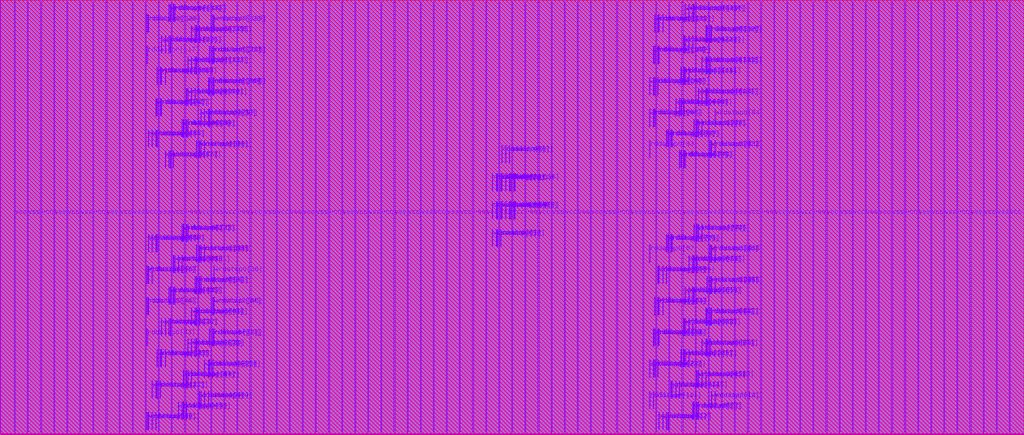
<source format=lef>
VERSION 5.8 ;
BUSBITCHARS "[]" ;
DIVIDERCHAR "/" ;

UNITS
  DATABASE MICRONS 4000 ;
END UNITS

MANUFACTURINGGRID 0.0005 ;

MACRO arf132b192e1r1w0cbbehcaa4acw
  CLASS BLOCK ;
  ORIGIN 0 0 ;
  FOREIGN arf132b192e1r1w0cbbehcaa4acw 0 0 ;
  SIZE 70.2 BY 29.76 ;
  PIN ckrdp0
    DIRECTION INPUT ;
    USE SIGNAL ;
    PORT
      LAYER m7 ;
        RECT 34.372 16.68 34.416 17.88 ;
    END
  END ckrdp0
  PIN ckwrp0
    DIRECTION INPUT ;
    USE SIGNAL ;
    PORT
      LAYER m7 ;
        RECT 33.728 14.76 33.772 15.96 ;
    END
  END ckwrp0
  PIN rdaddrp0[0]
    DIRECTION INPUT ;
    USE SIGNAL ;
    PORT
      LAYER m7 ;
        RECT 35.272 16.68 35.316 17.88 ;
    END
  END rdaddrp0[0]
  PIN rdaddrp0[1]
    DIRECTION INPUT ;
    USE SIGNAL ;
    PORT
      LAYER m7 ;
        RECT 33.728 16.68 33.772 17.88 ;
    END
  END rdaddrp0[1]
  PIN rdaddrp0[2]
    DIRECTION INPUT ;
    USE SIGNAL ;
    PORT
      LAYER m7 ;
        RECT 33.984 16.68 34.028 17.88 ;
    END
  END rdaddrp0[2]
  PIN rdaddrp0[3]
    DIRECTION INPUT ;
    USE SIGNAL ;
    PORT
      LAYER m7 ;
        RECT 34.072 16.68 34.116 17.88 ;
    END
  END rdaddrp0[3]
  PIN rdaddrp0[4]
    DIRECTION INPUT ;
    USE SIGNAL ;
    PORT
      LAYER m7 ;
        RECT 34.284 16.68 34.328 17.88 ;
    END
  END rdaddrp0[4]
  PIN rdaddrp0[5]
    DIRECTION INPUT ;
    USE SIGNAL ;
    PORT
      LAYER m7 ;
        RECT 34.372 18.6 34.416 19.8 ;
    END
  END rdaddrp0[5]
  PIN rdaddrp0[6]
    DIRECTION INPUT ;
    USE SIGNAL ;
    PORT
      LAYER m7 ;
        RECT 34.628 18.6 34.672 19.8 ;
    END
  END rdaddrp0[6]
  PIN rdaddrp0[7]
    DIRECTION INPUT ;
    USE SIGNAL ;
    PORT
      LAYER m7 ;
        RECT 34.884 18.6 34.928 19.8 ;
    END
  END rdaddrp0[7]
  PIN rdaddrp0_fd
    DIRECTION INPUT ;
    USE SIGNAL ;
    PORT
      LAYER m7 ;
        RECT 34.628 16.68 34.672 17.88 ;
    END
  END rdaddrp0_fd
  PIN rdaddrp0_rd
    DIRECTION INPUT ;
    USE SIGNAL ;
    PORT
      LAYER m7 ;
        RECT 34.884 16.68 34.928 17.88 ;
    END
  END rdaddrp0_rd
  PIN rddatap0[0]
    DIRECTION OUTPUT ;
    USE SIGNAL ;
    PORT
      LAYER m7 ;
        RECT 10.328 0.24 10.372 1.44 ;
    END
  END rddatap0[0]
  PIN rddatap0[100]
    DIRECTION OUTPUT ;
    USE SIGNAL ;
    PORT
      LAYER m7 ;
        RECT 13.028 22.56 13.072 23.76 ;
    END
  END rddatap0[100]
  PIN rddatap0[101]
    DIRECTION OUTPUT ;
    USE SIGNAL ;
    PORT
      LAYER m7 ;
        RECT 13.284 22.56 13.328 23.76 ;
    END
  END rddatap0[101]
  PIN rddatap0[102]
    DIRECTION OUTPUT ;
    USE SIGNAL ;
    PORT
      LAYER m7 ;
        RECT 48.384 22.56 48.428 23.76 ;
    END
  END rddatap0[102]
  PIN rddatap0[103]
    DIRECTION OUTPUT ;
    USE SIGNAL ;
    PORT
      LAYER m7 ;
        RECT 48.472 22.56 48.516 23.76 ;
    END
  END rddatap0[103]
  PIN rddatap0[104]
    DIRECTION OUTPUT ;
    USE SIGNAL ;
    PORT
      LAYER m7 ;
        RECT 14.484 23.28 14.528 24.48 ;
    END
  END rddatap0[104]
  PIN rddatap0[105]
    DIRECTION OUTPUT ;
    USE SIGNAL ;
    PORT
      LAYER m7 ;
        RECT 14.572 23.28 14.616 24.48 ;
    END
  END rddatap0[105]
  PIN rddatap0[106]
    DIRECTION OUTPUT ;
    USE SIGNAL ;
    PORT
      LAYER m7 ;
        RECT 44.872 23.28 44.916 24.48 ;
    END
  END rddatap0[106]
  PIN rddatap0[107]
    DIRECTION OUTPUT ;
    USE SIGNAL ;
    PORT
      LAYER m7 ;
        RECT 45.084 23.28 45.128 24.48 ;
    END
  END rddatap0[107]
  PIN rddatap0[108]
    DIRECTION OUTPUT ;
    USE SIGNAL ;
    PORT
      LAYER m7 ;
        RECT 10.972 24 11.016 25.2 ;
    END
  END rddatap0[108]
  PIN rddatap0[109]
    DIRECTION OUTPUT ;
    USE SIGNAL ;
    PORT
      LAYER m7 ;
        RECT 11.228 24 11.272 25.2 ;
    END
  END rddatap0[109]
  PIN rddatap0[10]
    DIRECTION OUTPUT ;
    USE SIGNAL ;
    PORT
      LAYER m7 ;
        RECT 44.528 1.68 44.572 2.88 ;
    END
  END rddatap0[10]
  PIN rddatap0[110]
    DIRECTION OUTPUT ;
    USE SIGNAL ;
    PORT
      LAYER m7 ;
        RECT 46.972 24 47.016 25.2 ;
    END
  END rddatap0[110]
  PIN rddatap0[111]
    DIRECTION OUTPUT ;
    USE SIGNAL ;
    PORT
      LAYER m7 ;
        RECT 47.228 24 47.272 25.2 ;
    END
  END rddatap0[111]
  PIN rddatap0[112]
    DIRECTION OUTPUT ;
    USE SIGNAL ;
    PORT
      LAYER m7 ;
        RECT 13.284 24.72 13.328 25.92 ;
    END
  END rddatap0[112]
  PIN rddatap0[113]
    DIRECTION OUTPUT ;
    USE SIGNAL ;
    PORT
      LAYER m7 ;
        RECT 13.372 24.72 13.416 25.92 ;
    END
  END rddatap0[113]
  PIN rddatap0[114]
    DIRECTION OUTPUT ;
    USE SIGNAL ;
    PORT
      LAYER m7 ;
        RECT 48.472 24.72 48.516 25.92 ;
    END
  END rddatap0[114]
  PIN rddatap0[115]
    DIRECTION OUTPUT ;
    USE SIGNAL ;
    PORT
      LAYER m7 ;
        RECT 48.684 24.72 48.728 25.92 ;
    END
  END rddatap0[115]
  PIN rddatap0[116]
    DIRECTION OUTPUT ;
    USE SIGNAL ;
    PORT
      LAYER m7 ;
        RECT 14.572 25.44 14.616 26.64 ;
    END
  END rddatap0[116]
  PIN rddatap0[117]
    DIRECTION OUTPUT ;
    USE SIGNAL ;
    PORT
      LAYER m7 ;
        RECT 9.984 25.44 10.028 26.64 ;
    END
  END rddatap0[117]
  PIN rddatap0[118]
    DIRECTION OUTPUT ;
    USE SIGNAL ;
    PORT
      LAYER m7 ;
        RECT 45.084 25.44 45.128 26.64 ;
    END
  END rddatap0[118]
  PIN rddatap0[119]
    DIRECTION OUTPUT ;
    USE SIGNAL ;
    PORT
      LAYER m7 ;
        RECT 45.172 25.44 45.216 26.64 ;
    END
  END rddatap0[119]
  PIN rddatap0[11]
    DIRECTION OUTPUT ;
    USE SIGNAL ;
    PORT
      LAYER m7 ;
        RECT 44.784 1.68 44.828 2.88 ;
    END
  END rddatap0[11]
  PIN rddatap0[120]
    DIRECTION OUTPUT ;
    USE SIGNAL ;
    PORT
      LAYER m7 ;
        RECT 11.484 26.16 11.528 27.36 ;
    END
  END rddatap0[120]
  PIN rddatap0[121]
    DIRECTION OUTPUT ;
    USE SIGNAL ;
    PORT
      LAYER m7 ;
        RECT 11.572 26.16 11.616 27.36 ;
    END
  END rddatap0[121]
  PIN rddatap0[122]
    DIRECTION OUTPUT ;
    USE SIGNAL ;
    PORT
      LAYER m7 ;
        RECT 47.228 26.16 47.272 27.36 ;
    END
  END rddatap0[122]
  PIN rddatap0[123]
    DIRECTION OUTPUT ;
    USE SIGNAL ;
    PORT
      LAYER m7 ;
        RECT 47.484 26.16 47.528 27.36 ;
    END
  END rddatap0[123]
  PIN rddatap0[124]
    DIRECTION OUTPUT ;
    USE SIGNAL ;
    PORT
      LAYER m7 ;
        RECT 13.372 26.88 13.416 28.08 ;
    END
  END rddatap0[124]
  PIN rddatap0[125]
    DIRECTION OUTPUT ;
    USE SIGNAL ;
    PORT
      LAYER m7 ;
        RECT 13.584 26.88 13.628 28.08 ;
    END
  END rddatap0[125]
  PIN rddatap0[126]
    DIRECTION OUTPUT ;
    USE SIGNAL ;
    PORT
      LAYER m7 ;
        RECT 48.684 26.88 48.728 28.08 ;
    END
  END rddatap0[126]
  PIN rddatap0[127]
    DIRECTION OUTPUT ;
    USE SIGNAL ;
    PORT
      LAYER m7 ;
        RECT 48.772 26.88 48.816 28.08 ;
    END
  END rddatap0[127]
  PIN rddatap0[128]
    DIRECTION OUTPUT ;
    USE SIGNAL ;
    PORT
      LAYER m7 ;
        RECT 9.984 27.6 10.028 28.8 ;
    END
  END rddatap0[128]
  PIN rddatap0[129]
    DIRECTION OUTPUT ;
    USE SIGNAL ;
    PORT
      LAYER m7 ;
        RECT 10.072 27.6 10.116 28.8 ;
    END
  END rddatap0[129]
  PIN rddatap0[12]
    DIRECTION OUTPUT ;
    USE SIGNAL ;
    PORT
      LAYER m7 ;
        RECT 10.672 2.4 10.716 3.6 ;
    END
  END rddatap0[12]
  PIN rddatap0[130]
    DIRECTION OUTPUT ;
    USE SIGNAL ;
    PORT
      LAYER m7 ;
        RECT 45.172 27.6 45.216 28.8 ;
    END
  END rddatap0[130]
  PIN rddatap0[131]
    DIRECTION OUTPUT ;
    USE SIGNAL ;
    PORT
      LAYER m7 ;
        RECT 45.428 27.6 45.472 28.8 ;
    END
  END rddatap0[131]
  PIN rddatap0[132]
    DIRECTION OUTPUT ;
    USE SIGNAL ;
    PORT
      LAYER m7 ;
        RECT 11.784 28.32 11.828 29.52 ;
    END
  END rddatap0[132]
  PIN rddatap0[133]
    DIRECTION OUTPUT ;
    USE SIGNAL ;
    PORT
      LAYER m7 ;
        RECT 11.872 28.32 11.916 29.52 ;
    END
  END rddatap0[133]
  PIN rddatap0[134]
    DIRECTION OUTPUT ;
    USE SIGNAL ;
    PORT
      LAYER m7 ;
        RECT 47.484 28.32 47.528 29.52 ;
    END
  END rddatap0[134]
  PIN rddatap0[135]
    DIRECTION OUTPUT ;
    USE SIGNAL ;
    PORT
      LAYER m7 ;
        RECT 47.572 28.32 47.616 29.52 ;
    END
  END rddatap0[135]
  PIN rddatap0[13]
    DIRECTION OUTPUT ;
    USE SIGNAL ;
    PORT
      LAYER m7 ;
        RECT 10.884 2.4 10.928 3.6 ;
    END
  END rddatap0[13]
  PIN rddatap0[14]
    DIRECTION OUTPUT ;
    USE SIGNAL ;
    PORT
      LAYER m7 ;
        RECT 46.328 2.4 46.372 3.6 ;
    END
  END rddatap0[14]
  PIN rddatap0[15]
    DIRECTION OUTPUT ;
    USE SIGNAL ;
    PORT
      LAYER m7 ;
        RECT 46.584 2.4 46.628 3.6 ;
    END
  END rddatap0[15]
  PIN rddatap0[16]
    DIRECTION OUTPUT ;
    USE SIGNAL ;
    PORT
      LAYER m7 ;
        RECT 12.772 3.12 12.816 4.32 ;
    END
  END rddatap0[16]
  PIN rddatap0[17]
    DIRECTION OUTPUT ;
    USE SIGNAL ;
    PORT
      LAYER m7 ;
        RECT 13.028 3.12 13.072 4.32 ;
    END
  END rddatap0[17]
  PIN rddatap0[18]
    DIRECTION OUTPUT ;
    USE SIGNAL ;
    PORT
      LAYER m7 ;
        RECT 48.128 3.12 48.172 4.32 ;
    END
  END rddatap0[18]
  PIN rddatap0[19]
    DIRECTION OUTPUT ;
    USE SIGNAL ;
    PORT
      LAYER m7 ;
        RECT 48.384 3.12 48.428 4.32 ;
    END
  END rddatap0[19]
  PIN rddatap0[1]
    DIRECTION OUTPUT ;
    USE SIGNAL ;
    PORT
      LAYER m7 ;
        RECT 10.584 0.24 10.628 1.44 ;
    END
  END rddatap0[1]
  PIN rddatap0[20]
    DIRECTION OUTPUT ;
    USE SIGNAL ;
    PORT
      LAYER m7 ;
        RECT 14.272 3.84 14.316 5.04 ;
    END
  END rddatap0[20]
  PIN rddatap0[21]
    DIRECTION OUTPUT ;
    USE SIGNAL ;
    PORT
      LAYER m7 ;
        RECT 14.484 3.84 14.528 5.04 ;
    END
  END rddatap0[21]
  PIN rddatap0[22]
    DIRECTION OUTPUT ;
    USE SIGNAL ;
    PORT
      LAYER m7 ;
        RECT 44.872 3.84 44.916 5.04 ;
    END
  END rddatap0[22]
  PIN rddatap0[23]
    DIRECTION OUTPUT ;
    USE SIGNAL ;
    PORT
      LAYER m7 ;
        RECT 45.084 3.84 45.128 5.04 ;
    END
  END rddatap0[23]
  PIN rddatap0[24]
    DIRECTION OUTPUT ;
    USE SIGNAL ;
    PORT
      LAYER m7 ;
        RECT 10.972 4.56 11.016 5.76 ;
    END
  END rddatap0[24]
  PIN rddatap0[25]
    DIRECTION OUTPUT ;
    USE SIGNAL ;
    PORT
      LAYER m7 ;
        RECT 11.228 4.56 11.272 5.76 ;
    END
  END rddatap0[25]
  PIN rddatap0[26]
    DIRECTION OUTPUT ;
    USE SIGNAL ;
    PORT
      LAYER m7 ;
        RECT 46.972 4.56 47.016 5.76 ;
    END
  END rddatap0[26]
  PIN rddatap0[27]
    DIRECTION OUTPUT ;
    USE SIGNAL ;
    PORT
      LAYER m7 ;
        RECT 47.228 4.56 47.272 5.76 ;
    END
  END rddatap0[27]
  PIN rddatap0[28]
    DIRECTION OUTPUT ;
    USE SIGNAL ;
    PORT
      LAYER m7 ;
        RECT 13.284 5.28 13.328 6.48 ;
    END
  END rddatap0[28]
  PIN rddatap0[29]
    DIRECTION OUTPUT ;
    USE SIGNAL ;
    PORT
      LAYER m7 ;
        RECT 13.372 5.28 13.416 6.48 ;
    END
  END rddatap0[29]
  PIN rddatap0[2]
    DIRECTION OUTPUT ;
    USE SIGNAL ;
    PORT
      LAYER m7 ;
        RECT 45.684 0.24 45.728 1.44 ;
    END
  END rddatap0[2]
  PIN rddatap0[30]
    DIRECTION OUTPUT ;
    USE SIGNAL ;
    PORT
      LAYER m7 ;
        RECT 48.472 5.28 48.516 6.48 ;
    END
  END rddatap0[30]
  PIN rddatap0[31]
    DIRECTION OUTPUT ;
    USE SIGNAL ;
    PORT
      LAYER m7 ;
        RECT 48.684 5.28 48.728 6.48 ;
    END
  END rddatap0[31]
  PIN rddatap0[32]
    DIRECTION OUTPUT ;
    USE SIGNAL ;
    PORT
      LAYER m7 ;
        RECT 14.572 6 14.616 7.2 ;
    END
  END rddatap0[32]
  PIN rddatap0[33]
    DIRECTION OUTPUT ;
    USE SIGNAL ;
    PORT
      LAYER m7 ;
        RECT 9.984 6 10.028 7.2 ;
    END
  END rddatap0[33]
  PIN rddatap0[34]
    DIRECTION OUTPUT ;
    USE SIGNAL ;
    PORT
      LAYER m7 ;
        RECT 45.084 6 45.128 7.2 ;
    END
  END rddatap0[34]
  PIN rddatap0[35]
    DIRECTION OUTPUT ;
    USE SIGNAL ;
    PORT
      LAYER m7 ;
        RECT 45.172 6 45.216 7.2 ;
    END
  END rddatap0[35]
  PIN rddatap0[36]
    DIRECTION OUTPUT ;
    USE SIGNAL ;
    PORT
      LAYER m7 ;
        RECT 11.484 6.72 11.528 7.92 ;
    END
  END rddatap0[36]
  PIN rddatap0[37]
    DIRECTION OUTPUT ;
    USE SIGNAL ;
    PORT
      LAYER m7 ;
        RECT 11.572 6.72 11.616 7.92 ;
    END
  END rddatap0[37]
  PIN rddatap0[38]
    DIRECTION OUTPUT ;
    USE SIGNAL ;
    PORT
      LAYER m7 ;
        RECT 47.228 6.72 47.272 7.92 ;
    END
  END rddatap0[38]
  PIN rddatap0[39]
    DIRECTION OUTPUT ;
    USE SIGNAL ;
    PORT
      LAYER m7 ;
        RECT 47.484 6.72 47.528 7.92 ;
    END
  END rddatap0[39]
  PIN rddatap0[3]
    DIRECTION OUTPUT ;
    USE SIGNAL ;
    PORT
      LAYER m7 ;
        RECT 45.772 0.24 45.816 1.44 ;
    END
  END rddatap0[3]
  PIN rddatap0[40]
    DIRECTION OUTPUT ;
    USE SIGNAL ;
    PORT
      LAYER m7 ;
        RECT 13.372 7.44 13.416 8.64 ;
    END
  END rddatap0[40]
  PIN rddatap0[41]
    DIRECTION OUTPUT ;
    USE SIGNAL ;
    PORT
      LAYER m7 ;
        RECT 13.584 7.44 13.628 8.64 ;
    END
  END rddatap0[41]
  PIN rddatap0[42]
    DIRECTION OUTPUT ;
    USE SIGNAL ;
    PORT
      LAYER m7 ;
        RECT 48.684 7.44 48.728 8.64 ;
    END
  END rddatap0[42]
  PIN rddatap0[43]
    DIRECTION OUTPUT ;
    USE SIGNAL ;
    PORT
      LAYER m7 ;
        RECT 48.772 7.44 48.816 8.64 ;
    END
  END rddatap0[43]
  PIN rddatap0[44]
    DIRECTION OUTPUT ;
    USE SIGNAL ;
    PORT
      LAYER m7 ;
        RECT 9.984 8.16 10.028 9.36 ;
    END
  END rddatap0[44]
  PIN rddatap0[45]
    DIRECTION OUTPUT ;
    USE SIGNAL ;
    PORT
      LAYER m7 ;
        RECT 10.072 8.16 10.116 9.36 ;
    END
  END rddatap0[45]
  PIN rddatap0[46]
    DIRECTION OUTPUT ;
    USE SIGNAL ;
    PORT
      LAYER m7 ;
        RECT 45.172 8.16 45.216 9.36 ;
    END
  END rddatap0[46]
  PIN rddatap0[47]
    DIRECTION OUTPUT ;
    USE SIGNAL ;
    PORT
      LAYER m7 ;
        RECT 45.428 8.16 45.472 9.36 ;
    END
  END rddatap0[47]
  PIN rddatap0[48]
    DIRECTION OUTPUT ;
    USE SIGNAL ;
    PORT
      LAYER m7 ;
        RECT 11.784 8.88 11.828 10.08 ;
    END
  END rddatap0[48]
  PIN rddatap0[49]
    DIRECTION OUTPUT ;
    USE SIGNAL ;
    PORT
      LAYER m7 ;
        RECT 11.872 8.88 11.916 10.08 ;
    END
  END rddatap0[49]
  PIN rddatap0[4]
    DIRECTION OUTPUT ;
    USE SIGNAL ;
    PORT
      LAYER m7 ;
        RECT 12.472 0.96 12.516 2.16 ;
    END
  END rddatap0[4]
  PIN rddatap0[50]
    DIRECTION OUTPUT ;
    USE SIGNAL ;
    PORT
      LAYER m7 ;
        RECT 47.484 8.88 47.528 10.08 ;
    END
  END rddatap0[50]
  PIN rddatap0[51]
    DIRECTION OUTPUT ;
    USE SIGNAL ;
    PORT
      LAYER m7 ;
        RECT 47.572 8.88 47.616 10.08 ;
    END
  END rddatap0[51]
  PIN rddatap0[52]
    DIRECTION OUTPUT ;
    USE SIGNAL ;
    PORT
      LAYER m7 ;
        RECT 13.584 9.6 13.628 10.8 ;
    END
  END rddatap0[52]
  PIN rddatap0[53]
    DIRECTION OUTPUT ;
    USE SIGNAL ;
    PORT
      LAYER m7 ;
        RECT 13.672 9.6 13.716 10.8 ;
    END
  END rddatap0[53]
  PIN rddatap0[54]
    DIRECTION OUTPUT ;
    USE SIGNAL ;
    PORT
      LAYER m7 ;
        RECT 48.772 9.6 48.816 10.8 ;
    END
  END rddatap0[54]
  PIN rddatap0[55]
    DIRECTION OUTPUT ;
    USE SIGNAL ;
    PORT
      LAYER m7 ;
        RECT 49.028 9.6 49.072 10.8 ;
    END
  END rddatap0[55]
  PIN rddatap0[56]
    DIRECTION OUTPUT ;
    USE SIGNAL ;
    PORT
      LAYER m7 ;
        RECT 10.072 10.32 10.116 11.52 ;
    END
  END rddatap0[56]
  PIN rddatap0[57]
    DIRECTION OUTPUT ;
    USE SIGNAL ;
    PORT
      LAYER m7 ;
        RECT 10.328 10.32 10.372 11.52 ;
    END
  END rddatap0[57]
  PIN rddatap0[58]
    DIRECTION OUTPUT ;
    USE SIGNAL ;
    PORT
      LAYER m7 ;
        RECT 45.428 10.32 45.472 11.52 ;
    END
  END rddatap0[58]
  PIN rddatap0[59]
    DIRECTION OUTPUT ;
    USE SIGNAL ;
    PORT
      LAYER m7 ;
        RECT 45.684 10.32 45.728 11.52 ;
    END
  END rddatap0[59]
  PIN rddatap0[5]
    DIRECTION OUTPUT ;
    USE SIGNAL ;
    PORT
      LAYER m7 ;
        RECT 12.684 0.96 12.728 2.16 ;
    END
  END rddatap0[5]
  PIN rddatap0[60]
    DIRECTION OUTPUT ;
    USE SIGNAL ;
    PORT
      LAYER m7 ;
        RECT 12.128 11.04 12.172 12.24 ;
    END
  END rddatap0[60]
  PIN rddatap0[61]
    DIRECTION OUTPUT ;
    USE SIGNAL ;
    PORT
      LAYER m7 ;
        RECT 12.384 11.04 12.428 12.24 ;
    END
  END rddatap0[61]
  PIN rddatap0[62]
    DIRECTION OUTPUT ;
    USE SIGNAL ;
    PORT
      LAYER m7 ;
        RECT 47.572 11.04 47.616 12.24 ;
    END
  END rddatap0[62]
  PIN rddatap0[63]
    DIRECTION OUTPUT ;
    USE SIGNAL ;
    PORT
      LAYER m7 ;
        RECT 47.784 11.04 47.828 12.24 ;
    END
  END rddatap0[63]
  PIN rddatap0[64]
    DIRECTION OUTPUT ;
    USE SIGNAL ;
    PORT
      LAYER m7 ;
        RECT 13.672 11.76 13.716 12.96 ;
    END
  END rddatap0[64]
  PIN rddatap0[65]
    DIRECTION OUTPUT ;
    USE SIGNAL ;
    PORT
      LAYER m7 ;
        RECT 13.928 11.76 13.972 12.96 ;
    END
  END rddatap0[65]
  PIN rddatap0[66]
    DIRECTION OUTPUT ;
    USE SIGNAL ;
    PORT
      LAYER m7 ;
        RECT 49.028 11.76 49.072 12.96 ;
    END
  END rddatap0[66]
  PIN rddatap0[67]
    DIRECTION OUTPUT ;
    USE SIGNAL ;
    PORT
      LAYER m7 ;
        RECT 44.528 11.76 44.572 12.96 ;
    END
  END rddatap0[67]
  PIN rddatap0[68]
    DIRECTION OUTPUT ;
    USE SIGNAL ;
    PORT
      LAYER m7 ;
        RECT 10.584 12.48 10.628 13.68 ;
    END
  END rddatap0[68]
  PIN rddatap0[69]
    DIRECTION OUTPUT ;
    USE SIGNAL ;
    PORT
      LAYER m7 ;
        RECT 10.672 12.48 10.716 13.68 ;
    END
  END rddatap0[69]
  PIN rddatap0[6]
    DIRECTION OUTPUT ;
    USE SIGNAL ;
    PORT
      LAYER m7 ;
        RECT 47.784 0.96 47.828 2.16 ;
    END
  END rddatap0[6]
  PIN rddatap0[70]
    DIRECTION OUTPUT ;
    USE SIGNAL ;
    PORT
      LAYER m7 ;
        RECT 45.984 12.48 46.028 13.68 ;
    END
  END rddatap0[70]
  PIN rddatap0[71]
    DIRECTION OUTPUT ;
    USE SIGNAL ;
    PORT
      LAYER m7 ;
        RECT 46.072 12.48 46.116 13.68 ;
    END
  END rddatap0[71]
  PIN rddatap0[72]
    DIRECTION OUTPUT ;
    USE SIGNAL ;
    PORT
      LAYER m7 ;
        RECT 12.684 13.2 12.728 14.4 ;
    END
  END rddatap0[72]
  PIN rddatap0[73]
    DIRECTION OUTPUT ;
    USE SIGNAL ;
    PORT
      LAYER m7 ;
        RECT 12.772 13.2 12.816 14.4 ;
    END
  END rddatap0[73]
  PIN rddatap0[74]
    DIRECTION OUTPUT ;
    USE SIGNAL ;
    PORT
      LAYER m7 ;
        RECT 47.872 13.2 47.916 14.4 ;
    END
  END rddatap0[74]
  PIN rddatap0[75]
    DIRECTION OUTPUT ;
    USE SIGNAL ;
    PORT
      LAYER m7 ;
        RECT 48.128 13.2 48.172 14.4 ;
    END
  END rddatap0[75]
  PIN rddatap0[76]
    DIRECTION OUTPUT ;
    USE SIGNAL ;
    PORT
      LAYER m7 ;
        RECT 11.572 18.24 11.616 19.44 ;
    END
  END rddatap0[76]
  PIN rddatap0[77]
    DIRECTION OUTPUT ;
    USE SIGNAL ;
    PORT
      LAYER m7 ;
        RECT 11.784 18.24 11.828 19.44 ;
    END
  END rddatap0[77]
  PIN rddatap0[78]
    DIRECTION OUTPUT ;
    USE SIGNAL ;
    PORT
      LAYER m7 ;
        RECT 46.884 18.24 46.928 19.44 ;
    END
  END rddatap0[78]
  PIN rddatap0[79]
    DIRECTION OUTPUT ;
    USE SIGNAL ;
    PORT
      LAYER m7 ;
        RECT 46.972 18.24 47.016 19.44 ;
    END
  END rddatap0[79]
  PIN rddatap0[7]
    DIRECTION OUTPUT ;
    USE SIGNAL ;
    PORT
      LAYER m7 ;
        RECT 47.872 0.96 47.916 2.16 ;
    END
  END rddatap0[7]
  PIN rddatap0[80]
    DIRECTION OUTPUT ;
    USE SIGNAL ;
    PORT
      LAYER m7 ;
        RECT 13.672 18.96 13.716 20.16 ;
    END
  END rddatap0[80]
  PIN rddatap0[81]
    DIRECTION OUTPUT ;
    USE SIGNAL ;
    PORT
      LAYER m7 ;
        RECT 13.928 18.96 13.972 20.16 ;
    END
  END rddatap0[81]
  PIN rddatap0[82]
    DIRECTION OUTPUT ;
    USE SIGNAL ;
    PORT
      LAYER m7 ;
        RECT 49.028 18.96 49.072 20.16 ;
    END
  END rddatap0[82]
  PIN rddatap0[83]
    DIRECTION OUTPUT ;
    USE SIGNAL ;
    PORT
      LAYER m7 ;
        RECT 44.528 18.96 44.572 20.16 ;
    END
  END rddatap0[83]
  PIN rddatap0[84]
    DIRECTION OUTPUT ;
    USE SIGNAL ;
    PORT
      LAYER m7 ;
        RECT 10.584 19.68 10.628 20.88 ;
    END
  END rddatap0[84]
  PIN rddatap0[85]
    DIRECTION OUTPUT ;
    USE SIGNAL ;
    PORT
      LAYER m7 ;
        RECT 10.672 19.68 10.716 20.88 ;
    END
  END rddatap0[85]
  PIN rddatap0[86]
    DIRECTION OUTPUT ;
    USE SIGNAL ;
    PORT
      LAYER m7 ;
        RECT 45.984 19.68 46.028 20.88 ;
    END
  END rddatap0[86]
  PIN rddatap0[87]
    DIRECTION OUTPUT ;
    USE SIGNAL ;
    PORT
      LAYER m7 ;
        RECT 46.072 19.68 46.116 20.88 ;
    END
  END rddatap0[87]
  PIN rddatap0[88]
    DIRECTION OUTPUT ;
    USE SIGNAL ;
    PORT
      LAYER m7 ;
        RECT 12.684 20.4 12.728 21.6 ;
    END
  END rddatap0[88]
  PIN rddatap0[89]
    DIRECTION OUTPUT ;
    USE SIGNAL ;
    PORT
      LAYER m7 ;
        RECT 12.772 20.4 12.816 21.6 ;
    END
  END rddatap0[89]
  PIN rddatap0[8]
    DIRECTION OUTPUT ;
    USE SIGNAL ;
    PORT
      LAYER m7 ;
        RECT 13.928 1.68 13.972 2.88 ;
    END
  END rddatap0[8]
  PIN rddatap0[90]
    DIRECTION OUTPUT ;
    USE SIGNAL ;
    PORT
      LAYER m7 ;
        RECT 47.872 20.4 47.916 21.6 ;
    END
  END rddatap0[90]
  PIN rddatap0[91]
    DIRECTION OUTPUT ;
    USE SIGNAL ;
    PORT
      LAYER m7 ;
        RECT 48.128 20.4 48.172 21.6 ;
    END
  END rddatap0[91]
  PIN rddatap0[92]
    DIRECTION OUTPUT ;
    USE SIGNAL ;
    PORT
      LAYER m7 ;
        RECT 14.184 21.12 14.228 22.32 ;
    END
  END rddatap0[92]
  PIN rddatap0[93]
    DIRECTION OUTPUT ;
    USE SIGNAL ;
    PORT
      LAYER m7 ;
        RECT 14.272 21.12 14.316 22.32 ;
    END
  END rddatap0[93]
  PIN rddatap0[94]
    DIRECTION OUTPUT ;
    USE SIGNAL ;
    PORT
      LAYER m7 ;
        RECT 44.784 21.12 44.828 22.32 ;
    END
  END rddatap0[94]
  PIN rddatap0[95]
    DIRECTION OUTPUT ;
    USE SIGNAL ;
    PORT
      LAYER m7 ;
        RECT 44.872 21.12 44.916 22.32 ;
    END
  END rddatap0[95]
  PIN rddatap0[96]
    DIRECTION OUTPUT ;
    USE SIGNAL ;
    PORT
      LAYER m7 ;
        RECT 10.884 21.84 10.928 23.04 ;
    END
  END rddatap0[96]
  PIN rddatap0[97]
    DIRECTION OUTPUT ;
    USE SIGNAL ;
    PORT
      LAYER m7 ;
        RECT 10.972 21.84 11.016 23.04 ;
    END
  END rddatap0[97]
  PIN rddatap0[98]
    DIRECTION OUTPUT ;
    USE SIGNAL ;
    PORT
      LAYER m7 ;
        RECT 46.672 21.84 46.716 23.04 ;
    END
  END rddatap0[98]
  PIN rddatap0[99]
    DIRECTION OUTPUT ;
    USE SIGNAL ;
    PORT
      LAYER m7 ;
        RECT 46.884 21.84 46.928 23.04 ;
    END
  END rddatap0[99]
  PIN rddatap0[9]
    DIRECTION OUTPUT ;
    USE SIGNAL ;
    PORT
      LAYER m7 ;
        RECT 14.184 1.68 14.228 2.88 ;
    END
  END rddatap0[9]
  PIN rdenp0
    DIRECTION INPUT ;
    USE SIGNAL ;
    PORT
      LAYER m7 ;
        RECT 34.972 16.68 35.016 17.88 ;
    END
  END rdenp0
  PIN sdl_initp0
    DIRECTION INPUT ;
    USE SIGNAL ;
    PORT
      LAYER m7 ;
        RECT 35.184 16.68 35.228 17.88 ;
    END
  END sdl_initp0
  PIN vcc
    DIRECTION INPUT ;
    USE POWER ;
    PORT
      LAYER m7 ;
        RECT 69.262 0.06 69.338 29.7 ;
    END
    PORT
      LAYER m7 ;
        RECT 67.462 0.06 67.538 29.7 ;
    END
    PORT
      LAYER m7 ;
        RECT 65.662 0.06 65.738 29.7 ;
    END
    PORT
      LAYER m7 ;
        RECT 63.862 0.06 63.938 29.7 ;
    END
    PORT
      LAYER m7 ;
        RECT 62.062 0.06 62.138 29.7 ;
    END
    PORT
      LAYER m7 ;
        RECT 60.262 0.06 60.338 29.7 ;
    END
    PORT
      LAYER m7 ;
        RECT 58.462 0.06 58.538 29.7 ;
    END
    PORT
      LAYER m7 ;
        RECT 56.662 0.06 56.738 29.7 ;
    END
    PORT
      LAYER m7 ;
        RECT 54.862 0.06 54.938 29.7 ;
    END
    PORT
      LAYER m7 ;
        RECT 53.062 0.06 53.138 29.7 ;
    END
    PORT
      LAYER m7 ;
        RECT 51.262 0.06 51.338 29.7 ;
    END
    PORT
      LAYER m7 ;
        RECT 49.462 0.06 49.538 29.7 ;
    END
    PORT
      LAYER m7 ;
        RECT 47.662 0.06 47.738 29.7 ;
    END
    PORT
      LAYER m7 ;
        RECT 45.862 0.06 45.938 29.7 ;
    END
    PORT
      LAYER m7 ;
        RECT 44.062 0.06 44.138 29.7 ;
    END
    PORT
      LAYER m7 ;
        RECT 42.262 0.06 42.338 29.7 ;
    END
    PORT
      LAYER m7 ;
        RECT 40.462 0.06 40.538 29.7 ;
    END
    PORT
      LAYER m7 ;
        RECT 38.662 0.06 38.738 29.7 ;
    END
    PORT
      LAYER m7 ;
        RECT 36.862 0.06 36.938 29.7 ;
    END
    PORT
      LAYER m7 ;
        RECT 35.062 0.06 35.138 29.7 ;
    END
    PORT
      LAYER m7 ;
        RECT 33.262 0.06 33.338 29.7 ;
    END
    PORT
      LAYER m7 ;
        RECT 31.462 0.06 31.538 29.7 ;
    END
    PORT
      LAYER m7 ;
        RECT 29.662 0.06 29.738 29.7 ;
    END
    PORT
      LAYER m7 ;
        RECT 27.862 0.06 27.938 29.7 ;
    END
    PORT
      LAYER m7 ;
        RECT 26.062 0.06 26.138 29.7 ;
    END
    PORT
      LAYER m7 ;
        RECT 24.262 0.06 24.338 29.7 ;
    END
    PORT
      LAYER m7 ;
        RECT 22.462 0.06 22.538 29.7 ;
    END
    PORT
      LAYER m7 ;
        RECT 20.662 0.06 20.738 29.7 ;
    END
    PORT
      LAYER m7 ;
        RECT 18.862 0.06 18.938 29.7 ;
    END
    PORT
      LAYER m7 ;
        RECT 17.062 0.06 17.138 29.7 ;
    END
    PORT
      LAYER m7 ;
        RECT 15.262 0.06 15.338 29.7 ;
    END
    PORT
      LAYER m7 ;
        RECT 13.462 0.06 13.538 29.7 ;
    END
    PORT
      LAYER m7 ;
        RECT 11.662 0.06 11.738 29.7 ;
    END
    PORT
      LAYER m7 ;
        RECT 9.862 0.06 9.938 29.7 ;
    END
    PORT
      LAYER m7 ;
        RECT 8.062 0.06 8.138 29.7 ;
    END
    PORT
      LAYER m7 ;
        RECT 6.262 0.06 6.338 29.7 ;
    END
    PORT
      LAYER m7 ;
        RECT 4.462 0.06 4.538 29.7 ;
    END
    PORT
      LAYER m7 ;
        RECT 2.662 0.06 2.738 29.7 ;
    END
    PORT
      LAYER m7 ;
        RECT 0.862 0.06 0.938 29.7 ;
    END
  END vcc
  PIN vss
    DIRECTION INOUT ;
    USE GROUND ;
    PORT
      LAYER m7 ;
        RECT 68.362 0.06 68.438 29.7 ;
    END
    PORT
      LAYER m7 ;
        RECT 66.562 0.06 66.638 29.7 ;
    END
    PORT
      LAYER m7 ;
        RECT 64.762 0.06 64.838 29.7 ;
    END
    PORT
      LAYER m7 ;
        RECT 62.962 0.06 63.038 29.7 ;
    END
    PORT
      LAYER m7 ;
        RECT 61.162 0.06 61.238 29.7 ;
    END
    PORT
      LAYER m7 ;
        RECT 59.362 0.06 59.438 29.7 ;
    END
    PORT
      LAYER m7 ;
        RECT 57.562 0.06 57.638 29.7 ;
    END
    PORT
      LAYER m7 ;
        RECT 55.762 0.06 55.838 29.7 ;
    END
    PORT
      LAYER m7 ;
        RECT 53.962 0.06 54.038 29.7 ;
    END
    PORT
      LAYER m7 ;
        RECT 52.162 0.06 52.238 29.7 ;
    END
    PORT
      LAYER m7 ;
        RECT 50.362 0.06 50.438 29.7 ;
    END
    PORT
      LAYER m7 ;
        RECT 48.562 0.06 48.638 29.7 ;
    END
    PORT
      LAYER m7 ;
        RECT 46.762 0.06 46.838 29.7 ;
    END
    PORT
      LAYER m7 ;
        RECT 44.962 0.06 45.038 29.7 ;
    END
    PORT
      LAYER m7 ;
        RECT 43.162 0.06 43.238 29.7 ;
    END
    PORT
      LAYER m7 ;
        RECT 41.362 0.06 41.438 29.7 ;
    END
    PORT
      LAYER m7 ;
        RECT 39.562 0.06 39.638 29.7 ;
    END
    PORT
      LAYER m7 ;
        RECT 37.762 0.06 37.838 29.7 ;
    END
    PORT
      LAYER m7 ;
        RECT 35.962 0.06 36.038 29.7 ;
    END
    PORT
      LAYER m7 ;
        RECT 34.162 0.06 34.238 29.7 ;
    END
    PORT
      LAYER m7 ;
        RECT 32.362 0.06 32.438 29.7 ;
    END
    PORT
      LAYER m7 ;
        RECT 30.562 0.06 30.638 29.7 ;
    END
    PORT
      LAYER m7 ;
        RECT 28.762 0.06 28.838 29.7 ;
    END
    PORT
      LAYER m7 ;
        RECT 26.962 0.06 27.038 29.7 ;
    END
    PORT
      LAYER m7 ;
        RECT 25.162 0.06 25.238 29.7 ;
    END
    PORT
      LAYER m7 ;
        RECT 23.362 0.06 23.438 29.7 ;
    END
    PORT
      LAYER m7 ;
        RECT 21.562 0.06 21.638 29.7 ;
    END
    PORT
      LAYER m7 ;
        RECT 19.762 0.06 19.838 29.7 ;
    END
    PORT
      LAYER m7 ;
        RECT 17.962 0.06 18.038 29.7 ;
    END
    PORT
      LAYER m7 ;
        RECT 16.162 0.06 16.238 29.7 ;
    END
    PORT
      LAYER m7 ;
        RECT 14.362 0.06 14.438 29.7 ;
    END
    PORT
      LAYER m7 ;
        RECT 12.562 0.06 12.638 29.7 ;
    END
    PORT
      LAYER m7 ;
        RECT 10.762 0.06 10.838 29.7 ;
    END
    PORT
      LAYER m7 ;
        RECT 8.962 0.06 9.038 29.7 ;
    END
    PORT
      LAYER m7 ;
        RECT 7.162 0.06 7.238 29.7 ;
    END
    PORT
      LAYER m7 ;
        RECT 5.362 0.06 5.438 29.7 ;
    END
    PORT
      LAYER m7 ;
        RECT 3.562 0.06 3.638 29.7 ;
    END
    PORT
      LAYER m7 ;
        RECT 1.762 0.06 1.838 29.7 ;
    END
  END vss
  PIN wraddrp0[0]
    DIRECTION INPUT ;
    USE SIGNAL ;
    PORT
      LAYER m7 ;
        RECT 34.884 14.76 34.928 15.96 ;
    END
  END wraddrp0[0]
  PIN wraddrp0[1]
    DIRECTION INPUT ;
    USE SIGNAL ;
    PORT
      LAYER m7 ;
        RECT 34.972 14.76 35.016 15.96 ;
    END
  END wraddrp0[1]
  PIN wraddrp0[2]
    DIRECTION INPUT ;
    USE SIGNAL ;
    PORT
      LAYER m7 ;
        RECT 35.184 14.76 35.228 15.96 ;
    END
  END wraddrp0[2]
  PIN wraddrp0[3]
    DIRECTION INPUT ;
    USE SIGNAL ;
    PORT
      LAYER m7 ;
        RECT 35.272 14.76 35.316 15.96 ;
    END
  END wraddrp0[3]
  PIN wraddrp0[4]
    DIRECTION INPUT ;
    USE SIGNAL ;
    PORT
      LAYER m7 ;
        RECT 33.728 12.84 33.772 14.04 ;
    END
  END wraddrp0[4]
  PIN wraddrp0[5]
    DIRECTION INPUT ;
    USE SIGNAL ;
    PORT
      LAYER m7 ;
        RECT 33.984 12.84 34.028 14.04 ;
    END
  END wraddrp0[5]
  PIN wraddrp0[6]
    DIRECTION INPUT ;
    USE SIGNAL ;
    PORT
      LAYER m7 ;
        RECT 34.072 12.84 34.116 14.04 ;
    END
  END wraddrp0[6]
  PIN wraddrp0[7]
    DIRECTION INPUT ;
    USE SIGNAL ;
    PORT
      LAYER m7 ;
        RECT 34.284 12.84 34.328 14.04 ;
    END
  END wraddrp0[7]
  PIN wraddrp0_fd
    DIRECTION INPUT ;
    USE SIGNAL ;
    PORT
      LAYER m7 ;
        RECT 33.984 14.76 34.028 15.96 ;
    END
  END wraddrp0_fd
  PIN wraddrp0_rd
    DIRECTION INPUT ;
    USE SIGNAL ;
    PORT
      LAYER m7 ;
        RECT 34.072 14.76 34.116 15.96 ;
    END
  END wraddrp0_rd
  PIN wrdatap0[0]
    DIRECTION INPUT ;
    USE SIGNAL ;
    PORT
      LAYER m7 ;
        RECT 9.984 0.24 10.028 1.44 ;
    END
  END wrdatap0[0]
  PIN wrdatap0[100]
    DIRECTION INPUT ;
    USE SIGNAL ;
    PORT
      LAYER m7 ;
        RECT 12.684 22.56 12.728 23.76 ;
    END
  END wrdatap0[100]
  PIN wrdatap0[101]
    DIRECTION INPUT ;
    USE SIGNAL ;
    PORT
      LAYER m7 ;
        RECT 12.772 22.56 12.816 23.76 ;
    END
  END wrdatap0[101]
  PIN wrdatap0[102]
    DIRECTION INPUT ;
    USE SIGNAL ;
    PORT
      LAYER m7 ;
        RECT 47.872 22.56 47.916 23.76 ;
    END
  END wrdatap0[102]
  PIN wrdatap0[103]
    DIRECTION INPUT ;
    USE SIGNAL ;
    PORT
      LAYER m7 ;
        RECT 48.128 22.56 48.172 23.76 ;
    END
  END wrdatap0[103]
  PIN wrdatap0[104]
    DIRECTION INPUT ;
    USE SIGNAL ;
    PORT
      LAYER m7 ;
        RECT 14.184 23.28 14.228 24.48 ;
    END
  END wrdatap0[104]
  PIN wrdatap0[105]
    DIRECTION INPUT ;
    USE SIGNAL ;
    PORT
      LAYER m7 ;
        RECT 14.272 23.28 14.316 24.48 ;
    END
  END wrdatap0[105]
  PIN wrdatap0[106]
    DIRECTION INPUT ;
    USE SIGNAL ;
    PORT
      LAYER m7 ;
        RECT 44.528 23.28 44.572 24.48 ;
    END
  END wrdatap0[106]
  PIN wrdatap0[107]
    DIRECTION INPUT ;
    USE SIGNAL ;
    PORT
      LAYER m7 ;
        RECT 44.784 23.28 44.828 24.48 ;
    END
  END wrdatap0[107]
  PIN wrdatap0[108]
    DIRECTION INPUT ;
    USE SIGNAL ;
    PORT
      LAYER m7 ;
        RECT 10.672 24 10.716 25.2 ;
    END
  END wrdatap0[108]
  PIN wrdatap0[109]
    DIRECTION INPUT ;
    USE SIGNAL ;
    PORT
      LAYER m7 ;
        RECT 10.884 24 10.928 25.2 ;
    END
  END wrdatap0[109]
  PIN wrdatap0[10]
    DIRECTION INPUT ;
    USE SIGNAL ;
    PORT
      LAYER m7 ;
        RECT 48.772 1.68 48.816 2.88 ;
    END
  END wrdatap0[10]
  PIN wrdatap0[110]
    DIRECTION INPUT ;
    USE SIGNAL ;
    PORT
      LAYER m7 ;
        RECT 46.672 24 46.716 25.2 ;
    END
  END wrdatap0[110]
  PIN wrdatap0[111]
    DIRECTION INPUT ;
    USE SIGNAL ;
    PORT
      LAYER m7 ;
        RECT 46.884 24 46.928 25.2 ;
    END
  END wrdatap0[111]
  PIN wrdatap0[112]
    DIRECTION INPUT ;
    USE SIGNAL ;
    PORT
      LAYER m7 ;
        RECT 12.772 24.72 12.816 25.92 ;
    END
  END wrdatap0[112]
  PIN wrdatap0[113]
    DIRECTION INPUT ;
    USE SIGNAL ;
    PORT
      LAYER m7 ;
        RECT 13.028 24.72 13.072 25.92 ;
    END
  END wrdatap0[113]
  PIN wrdatap0[114]
    DIRECTION INPUT ;
    USE SIGNAL ;
    PORT
      LAYER m7 ;
        RECT 48.128 24.72 48.172 25.92 ;
    END
  END wrdatap0[114]
  PIN wrdatap0[115]
    DIRECTION INPUT ;
    USE SIGNAL ;
    PORT
      LAYER m7 ;
        RECT 48.384 24.72 48.428 25.92 ;
    END
  END wrdatap0[115]
  PIN wrdatap0[116]
    DIRECTION INPUT ;
    USE SIGNAL ;
    PORT
      LAYER m7 ;
        RECT 14.272 25.44 14.316 26.64 ;
    END
  END wrdatap0[116]
  PIN wrdatap0[117]
    DIRECTION INPUT ;
    USE SIGNAL ;
    PORT
      LAYER m7 ;
        RECT 14.484 25.44 14.528 26.64 ;
    END
  END wrdatap0[117]
  PIN wrdatap0[118]
    DIRECTION INPUT ;
    USE SIGNAL ;
    PORT
      LAYER m7 ;
        RECT 44.784 25.44 44.828 26.64 ;
    END
  END wrdatap0[118]
  PIN wrdatap0[119]
    DIRECTION INPUT ;
    USE SIGNAL ;
    PORT
      LAYER m7 ;
        RECT 44.872 25.44 44.916 26.64 ;
    END
  END wrdatap0[119]
  PIN wrdatap0[11]
    DIRECTION INPUT ;
    USE SIGNAL ;
    PORT
      LAYER m7 ;
        RECT 49.028 1.68 49.072 2.88 ;
    END
  END wrdatap0[11]
  PIN wrdatap0[120]
    DIRECTION INPUT ;
    USE SIGNAL ;
    PORT
      LAYER m7 ;
        RECT 10.972 26.16 11.016 27.36 ;
    END
  END wrdatap0[120]
  PIN wrdatap0[121]
    DIRECTION INPUT ;
    USE SIGNAL ;
    PORT
      LAYER m7 ;
        RECT 11.228 26.16 11.272 27.36 ;
    END
  END wrdatap0[121]
  PIN wrdatap0[122]
    DIRECTION INPUT ;
    USE SIGNAL ;
    PORT
      LAYER m7 ;
        RECT 46.884 26.16 46.928 27.36 ;
    END
  END wrdatap0[122]
  PIN wrdatap0[123]
    DIRECTION INPUT ;
    USE SIGNAL ;
    PORT
      LAYER m7 ;
        RECT 46.972 26.16 47.016 27.36 ;
    END
  END wrdatap0[123]
  PIN wrdatap0[124]
    DIRECTION INPUT ;
    USE SIGNAL ;
    PORT
      LAYER m7 ;
        RECT 13.028 26.88 13.072 28.08 ;
    END
  END wrdatap0[124]
  PIN wrdatap0[125]
    DIRECTION INPUT ;
    USE SIGNAL ;
    PORT
      LAYER m7 ;
        RECT 13.284 26.88 13.328 28.08 ;
    END
  END wrdatap0[125]
  PIN wrdatap0[126]
    DIRECTION INPUT ;
    USE SIGNAL ;
    PORT
      LAYER m7 ;
        RECT 48.384 26.88 48.428 28.08 ;
    END
  END wrdatap0[126]
  PIN wrdatap0[127]
    DIRECTION INPUT ;
    USE SIGNAL ;
    PORT
      LAYER m7 ;
        RECT 48.472 26.88 48.516 28.08 ;
    END
  END wrdatap0[127]
  PIN wrdatap0[128]
    DIRECTION INPUT ;
    USE SIGNAL ;
    PORT
      LAYER m7 ;
        RECT 14.484 27.6 14.528 28.8 ;
    END
  END wrdatap0[128]
  PIN wrdatap0[129]
    DIRECTION INPUT ;
    USE SIGNAL ;
    PORT
      LAYER m7 ;
        RECT 14.572 27.6 14.616 28.8 ;
    END
  END wrdatap0[129]
  PIN wrdatap0[12]
    DIRECTION INPUT ;
    USE SIGNAL ;
    PORT
      LAYER m7 ;
        RECT 10.328 2.4 10.372 3.6 ;
    END
  END wrdatap0[12]
  PIN wrdatap0[130]
    DIRECTION INPUT ;
    USE SIGNAL ;
    PORT
      LAYER m7 ;
        RECT 44.872 27.6 44.916 28.8 ;
    END
  END wrdatap0[130]
  PIN wrdatap0[131]
    DIRECTION INPUT ;
    USE SIGNAL ;
    PORT
      LAYER m7 ;
        RECT 45.084 27.6 45.128 28.8 ;
    END
  END wrdatap0[131]
  PIN wrdatap0[132]
    DIRECTION INPUT ;
    USE SIGNAL ;
    PORT
      LAYER m7 ;
        RECT 11.484 28.32 11.528 29.52 ;
    END
  END wrdatap0[132]
  PIN wrdatap0[133]
    DIRECTION INPUT ;
    USE SIGNAL ;
    PORT
      LAYER m7 ;
        RECT 11.572 28.32 11.616 29.52 ;
    END
  END wrdatap0[133]
  PIN wrdatap0[134]
    DIRECTION INPUT ;
    USE SIGNAL ;
    PORT
      LAYER m7 ;
        RECT 46.972 28.32 47.016 29.52 ;
    END
  END wrdatap0[134]
  PIN wrdatap0[135]
    DIRECTION INPUT ;
    USE SIGNAL ;
    PORT
      LAYER m7 ;
        RECT 47.228 28.32 47.272 29.52 ;
    END
  END wrdatap0[135]
  PIN wrdatap0[13]
    DIRECTION INPUT ;
    USE SIGNAL ;
    PORT
      LAYER m7 ;
        RECT 10.584 2.4 10.628 3.6 ;
    END
  END wrdatap0[13]
  PIN wrdatap0[14]
    DIRECTION INPUT ;
    USE SIGNAL ;
    PORT
      LAYER m7 ;
        RECT 45.984 2.4 46.028 3.6 ;
    END
  END wrdatap0[14]
  PIN wrdatap0[15]
    DIRECTION INPUT ;
    USE SIGNAL ;
    PORT
      LAYER m7 ;
        RECT 46.072 2.4 46.116 3.6 ;
    END
  END wrdatap0[15]
  PIN wrdatap0[16]
    DIRECTION INPUT ;
    USE SIGNAL ;
    PORT
      LAYER m7 ;
        RECT 12.472 3.12 12.516 4.32 ;
    END
  END wrdatap0[16]
  PIN wrdatap0[17]
    DIRECTION INPUT ;
    USE SIGNAL ;
    PORT
      LAYER m7 ;
        RECT 12.684 3.12 12.728 4.32 ;
    END
  END wrdatap0[17]
  PIN wrdatap0[18]
    DIRECTION INPUT ;
    USE SIGNAL ;
    PORT
      LAYER m7 ;
        RECT 47.784 3.12 47.828 4.32 ;
    END
  END wrdatap0[18]
  PIN wrdatap0[19]
    DIRECTION INPUT ;
    USE SIGNAL ;
    PORT
      LAYER m7 ;
        RECT 47.872 3.12 47.916 4.32 ;
    END
  END wrdatap0[19]
  PIN wrdatap0[1]
    DIRECTION INPUT ;
    USE SIGNAL ;
    PORT
      LAYER m7 ;
        RECT 10.072 0.24 10.116 1.44 ;
    END
  END wrdatap0[1]
  PIN wrdatap0[20]
    DIRECTION INPUT ;
    USE SIGNAL ;
    PORT
      LAYER m7 ;
        RECT 13.928 3.84 13.972 5.04 ;
    END
  END wrdatap0[20]
  PIN wrdatap0[21]
    DIRECTION INPUT ;
    USE SIGNAL ;
    PORT
      LAYER m7 ;
        RECT 14.184 3.84 14.228 5.04 ;
    END
  END wrdatap0[21]
  PIN wrdatap0[22]
    DIRECTION INPUT ;
    USE SIGNAL ;
    PORT
      LAYER m7 ;
        RECT 44.528 3.84 44.572 5.04 ;
    END
  END wrdatap0[22]
  PIN wrdatap0[23]
    DIRECTION INPUT ;
    USE SIGNAL ;
    PORT
      LAYER m7 ;
        RECT 44.784 3.84 44.828 5.04 ;
    END
  END wrdatap0[23]
  PIN wrdatap0[24]
    DIRECTION INPUT ;
    USE SIGNAL ;
    PORT
      LAYER m7 ;
        RECT 10.672 4.56 10.716 5.76 ;
    END
  END wrdatap0[24]
  PIN wrdatap0[25]
    DIRECTION INPUT ;
    USE SIGNAL ;
    PORT
      LAYER m7 ;
        RECT 10.884 4.56 10.928 5.76 ;
    END
  END wrdatap0[25]
  PIN wrdatap0[26]
    DIRECTION INPUT ;
    USE SIGNAL ;
    PORT
      LAYER m7 ;
        RECT 46.672 4.56 46.716 5.76 ;
    END
  END wrdatap0[26]
  PIN wrdatap0[27]
    DIRECTION INPUT ;
    USE SIGNAL ;
    PORT
      LAYER m7 ;
        RECT 46.884 4.56 46.928 5.76 ;
    END
  END wrdatap0[27]
  PIN wrdatap0[28]
    DIRECTION INPUT ;
    USE SIGNAL ;
    PORT
      LAYER m7 ;
        RECT 12.772 5.28 12.816 6.48 ;
    END
  END wrdatap0[28]
  PIN wrdatap0[29]
    DIRECTION INPUT ;
    USE SIGNAL ;
    PORT
      LAYER m7 ;
        RECT 13.028 5.28 13.072 6.48 ;
    END
  END wrdatap0[29]
  PIN wrdatap0[2]
    DIRECTION INPUT ;
    USE SIGNAL ;
    PORT
      LAYER m7 ;
        RECT 45.172 0.24 45.216 1.44 ;
    END
  END wrdatap0[2]
  PIN wrdatap0[30]
    DIRECTION INPUT ;
    USE SIGNAL ;
    PORT
      LAYER m7 ;
        RECT 48.128 5.28 48.172 6.48 ;
    END
  END wrdatap0[30]
  PIN wrdatap0[31]
    DIRECTION INPUT ;
    USE SIGNAL ;
    PORT
      LAYER m7 ;
        RECT 48.384 5.28 48.428 6.48 ;
    END
  END wrdatap0[31]
  PIN wrdatap0[32]
    DIRECTION INPUT ;
    USE SIGNAL ;
    PORT
      LAYER m7 ;
        RECT 14.272 6 14.316 7.2 ;
    END
  END wrdatap0[32]
  PIN wrdatap0[33]
    DIRECTION INPUT ;
    USE SIGNAL ;
    PORT
      LAYER m7 ;
        RECT 14.484 6 14.528 7.2 ;
    END
  END wrdatap0[33]
  PIN wrdatap0[34]
    DIRECTION INPUT ;
    USE SIGNAL ;
    PORT
      LAYER m7 ;
        RECT 44.784 6 44.828 7.2 ;
    END
  END wrdatap0[34]
  PIN wrdatap0[35]
    DIRECTION INPUT ;
    USE SIGNAL ;
    PORT
      LAYER m7 ;
        RECT 44.872 6 44.916 7.2 ;
    END
  END wrdatap0[35]
  PIN wrdatap0[36]
    DIRECTION INPUT ;
    USE SIGNAL ;
    PORT
      LAYER m7 ;
        RECT 10.972 6.72 11.016 7.92 ;
    END
  END wrdatap0[36]
  PIN wrdatap0[37]
    DIRECTION INPUT ;
    USE SIGNAL ;
    PORT
      LAYER m7 ;
        RECT 11.228 6.72 11.272 7.92 ;
    END
  END wrdatap0[37]
  PIN wrdatap0[38]
    DIRECTION INPUT ;
    USE SIGNAL ;
    PORT
      LAYER m7 ;
        RECT 46.884 6.72 46.928 7.92 ;
    END
  END wrdatap0[38]
  PIN wrdatap0[39]
    DIRECTION INPUT ;
    USE SIGNAL ;
    PORT
      LAYER m7 ;
        RECT 46.972 6.72 47.016 7.92 ;
    END
  END wrdatap0[39]
  PIN wrdatap0[3]
    DIRECTION INPUT ;
    USE SIGNAL ;
    PORT
      LAYER m7 ;
        RECT 45.428 0.24 45.472 1.44 ;
    END
  END wrdatap0[3]
  PIN wrdatap0[40]
    DIRECTION INPUT ;
    USE SIGNAL ;
    PORT
      LAYER m7 ;
        RECT 13.028 7.44 13.072 8.64 ;
    END
  END wrdatap0[40]
  PIN wrdatap0[41]
    DIRECTION INPUT ;
    USE SIGNAL ;
    PORT
      LAYER m7 ;
        RECT 13.284 7.44 13.328 8.64 ;
    END
  END wrdatap0[41]
  PIN wrdatap0[42]
    DIRECTION INPUT ;
    USE SIGNAL ;
    PORT
      LAYER m7 ;
        RECT 48.384 7.44 48.428 8.64 ;
    END
  END wrdatap0[42]
  PIN wrdatap0[43]
    DIRECTION INPUT ;
    USE SIGNAL ;
    PORT
      LAYER m7 ;
        RECT 48.472 7.44 48.516 8.64 ;
    END
  END wrdatap0[43]
  PIN wrdatap0[44]
    DIRECTION INPUT ;
    USE SIGNAL ;
    PORT
      LAYER m7 ;
        RECT 14.484 8.16 14.528 9.36 ;
    END
  END wrdatap0[44]
  PIN wrdatap0[45]
    DIRECTION INPUT ;
    USE SIGNAL ;
    PORT
      LAYER m7 ;
        RECT 14.572 8.16 14.616 9.36 ;
    END
  END wrdatap0[45]
  PIN wrdatap0[46]
    DIRECTION INPUT ;
    USE SIGNAL ;
    PORT
      LAYER m7 ;
        RECT 44.872 8.16 44.916 9.36 ;
    END
  END wrdatap0[46]
  PIN wrdatap0[47]
    DIRECTION INPUT ;
    USE SIGNAL ;
    PORT
      LAYER m7 ;
        RECT 45.084 8.16 45.128 9.36 ;
    END
  END wrdatap0[47]
  PIN wrdatap0[48]
    DIRECTION INPUT ;
    USE SIGNAL ;
    PORT
      LAYER m7 ;
        RECT 11.484 8.88 11.528 10.08 ;
    END
  END wrdatap0[48]
  PIN wrdatap0[49]
    DIRECTION INPUT ;
    USE SIGNAL ;
    PORT
      LAYER m7 ;
        RECT 11.572 8.88 11.616 10.08 ;
    END
  END wrdatap0[49]
  PIN wrdatap0[4]
    DIRECTION INPUT ;
    USE SIGNAL ;
    PORT
      LAYER m7 ;
        RECT 12.128 0.96 12.172 2.16 ;
    END
  END wrdatap0[4]
  PIN wrdatap0[50]
    DIRECTION INPUT ;
    USE SIGNAL ;
    PORT
      LAYER m7 ;
        RECT 46.972 8.88 47.016 10.08 ;
    END
  END wrdatap0[50]
  PIN wrdatap0[51]
    DIRECTION INPUT ;
    USE SIGNAL ;
    PORT
      LAYER m7 ;
        RECT 47.228 8.88 47.272 10.08 ;
    END
  END wrdatap0[51]
  PIN wrdatap0[52]
    DIRECTION INPUT ;
    USE SIGNAL ;
    PORT
      LAYER m7 ;
        RECT 13.284 9.6 13.328 10.8 ;
    END
  END wrdatap0[52]
  PIN wrdatap0[53]
    DIRECTION INPUT ;
    USE SIGNAL ;
    PORT
      LAYER m7 ;
        RECT 13.372 9.6 13.416 10.8 ;
    END
  END wrdatap0[53]
  PIN wrdatap0[54]
    DIRECTION INPUT ;
    USE SIGNAL ;
    PORT
      LAYER m7 ;
        RECT 48.472 9.6 48.516 10.8 ;
    END
  END wrdatap0[54]
  PIN wrdatap0[55]
    DIRECTION INPUT ;
    USE SIGNAL ;
    PORT
      LAYER m7 ;
        RECT 48.684 9.6 48.728 10.8 ;
    END
  END wrdatap0[55]
  PIN wrdatap0[56]
    DIRECTION INPUT ;
    USE SIGNAL ;
    PORT
      LAYER m7 ;
        RECT 14.572 10.32 14.616 11.52 ;
    END
  END wrdatap0[56]
  PIN wrdatap0[57]
    DIRECTION INPUT ;
    USE SIGNAL ;
    PORT
      LAYER m7 ;
        RECT 9.984 10.32 10.028 11.52 ;
    END
  END wrdatap0[57]
  PIN wrdatap0[58]
    DIRECTION INPUT ;
    USE SIGNAL ;
    PORT
      LAYER m7 ;
        RECT 45.084 10.32 45.128 11.52 ;
    END
  END wrdatap0[58]
  PIN wrdatap0[59]
    DIRECTION INPUT ;
    USE SIGNAL ;
    PORT
      LAYER m7 ;
        RECT 45.172 10.32 45.216 11.52 ;
    END
  END wrdatap0[59]
  PIN wrdatap0[5]
    DIRECTION INPUT ;
    USE SIGNAL ;
    PORT
      LAYER m7 ;
        RECT 12.384 0.96 12.428 2.16 ;
    END
  END wrdatap0[5]
  PIN wrdatap0[60]
    DIRECTION INPUT ;
    USE SIGNAL ;
    PORT
      LAYER m7 ;
        RECT 11.784 11.04 11.828 12.24 ;
    END
  END wrdatap0[60]
  PIN wrdatap0[61]
    DIRECTION INPUT ;
    USE SIGNAL ;
    PORT
      LAYER m7 ;
        RECT 11.872 11.04 11.916 12.24 ;
    END
  END wrdatap0[61]
  PIN wrdatap0[62]
    DIRECTION INPUT ;
    USE SIGNAL ;
    PORT
      LAYER m7 ;
        RECT 47.228 11.04 47.272 12.24 ;
    END
  END wrdatap0[62]
  PIN wrdatap0[63]
    DIRECTION INPUT ;
    USE SIGNAL ;
    PORT
      LAYER m7 ;
        RECT 47.484 11.04 47.528 12.24 ;
    END
  END wrdatap0[63]
  PIN wrdatap0[64]
    DIRECTION INPUT ;
    USE SIGNAL ;
    PORT
      LAYER m7 ;
        RECT 13.372 11.76 13.416 12.96 ;
    END
  END wrdatap0[64]
  PIN wrdatap0[65]
    DIRECTION INPUT ;
    USE SIGNAL ;
    PORT
      LAYER m7 ;
        RECT 13.584 11.76 13.628 12.96 ;
    END
  END wrdatap0[65]
  PIN wrdatap0[66]
    DIRECTION INPUT ;
    USE SIGNAL ;
    PORT
      LAYER m7 ;
        RECT 48.684 11.76 48.728 12.96 ;
    END
  END wrdatap0[66]
  PIN wrdatap0[67]
    DIRECTION INPUT ;
    USE SIGNAL ;
    PORT
      LAYER m7 ;
        RECT 48.772 11.76 48.816 12.96 ;
    END
  END wrdatap0[67]
  PIN wrdatap0[68]
    DIRECTION INPUT ;
    USE SIGNAL ;
    PORT
      LAYER m7 ;
        RECT 10.072 12.48 10.116 13.68 ;
    END
  END wrdatap0[68]
  PIN wrdatap0[69]
    DIRECTION INPUT ;
    USE SIGNAL ;
    PORT
      LAYER m7 ;
        RECT 10.328 12.48 10.372 13.68 ;
    END
  END wrdatap0[69]
  PIN wrdatap0[6]
    DIRECTION INPUT ;
    USE SIGNAL ;
    PORT
      LAYER m7 ;
        RECT 47.484 0.96 47.528 2.16 ;
    END
  END wrdatap0[6]
  PIN wrdatap0[70]
    DIRECTION INPUT ;
    USE SIGNAL ;
    PORT
      LAYER m7 ;
        RECT 45.684 12.48 45.728 13.68 ;
    END
  END wrdatap0[70]
  PIN wrdatap0[71]
    DIRECTION INPUT ;
    USE SIGNAL ;
    PORT
      LAYER m7 ;
        RECT 45.772 12.48 45.816 13.68 ;
    END
  END wrdatap0[71]
  PIN wrdatap0[72]
    DIRECTION INPUT ;
    USE SIGNAL ;
    PORT
      LAYER m7 ;
        RECT 12.384 13.2 12.428 14.4 ;
    END
  END wrdatap0[72]
  PIN wrdatap0[73]
    DIRECTION INPUT ;
    USE SIGNAL ;
    PORT
      LAYER m7 ;
        RECT 12.472 13.2 12.516 14.4 ;
    END
  END wrdatap0[73]
  PIN wrdatap0[74]
    DIRECTION INPUT ;
    USE SIGNAL ;
    PORT
      LAYER m7 ;
        RECT 47.572 13.2 47.616 14.4 ;
    END
  END wrdatap0[74]
  PIN wrdatap0[75]
    DIRECTION INPUT ;
    USE SIGNAL ;
    PORT
      LAYER m7 ;
        RECT 47.784 13.2 47.828 14.4 ;
    END
  END wrdatap0[75]
  PIN wrdatap0[76]
    DIRECTION INPUT ;
    USE SIGNAL ;
    PORT
      LAYER m7 ;
        RECT 11.228 18.24 11.272 19.44 ;
    END
  END wrdatap0[76]
  PIN wrdatap0[77]
    DIRECTION INPUT ;
    USE SIGNAL ;
    PORT
      LAYER m7 ;
        RECT 11.484 18.24 11.528 19.44 ;
    END
  END wrdatap0[77]
  PIN wrdatap0[78]
    DIRECTION INPUT ;
    USE SIGNAL ;
    PORT
      LAYER m7 ;
        RECT 46.584 18.24 46.628 19.44 ;
    END
  END wrdatap0[78]
  PIN wrdatap0[79]
    DIRECTION INPUT ;
    USE SIGNAL ;
    PORT
      LAYER m7 ;
        RECT 46.672 18.24 46.716 19.44 ;
    END
  END wrdatap0[79]
  PIN wrdatap0[7]
    DIRECTION INPUT ;
    USE SIGNAL ;
    PORT
      LAYER m7 ;
        RECT 47.572 0.96 47.616 2.16 ;
    END
  END wrdatap0[7]
  PIN wrdatap0[80]
    DIRECTION INPUT ;
    USE SIGNAL ;
    PORT
      LAYER m7 ;
        RECT 13.372 18.96 13.416 20.16 ;
    END
  END wrdatap0[80]
  PIN wrdatap0[81]
    DIRECTION INPUT ;
    USE SIGNAL ;
    PORT
      LAYER m7 ;
        RECT 13.584 18.96 13.628 20.16 ;
    END
  END wrdatap0[81]
  PIN wrdatap0[82]
    DIRECTION INPUT ;
    USE SIGNAL ;
    PORT
      LAYER m7 ;
        RECT 48.684 18.96 48.728 20.16 ;
    END
  END wrdatap0[82]
  PIN wrdatap0[83]
    DIRECTION INPUT ;
    USE SIGNAL ;
    PORT
      LAYER m7 ;
        RECT 48.772 18.96 48.816 20.16 ;
    END
  END wrdatap0[83]
  PIN wrdatap0[84]
    DIRECTION INPUT ;
    USE SIGNAL ;
    PORT
      LAYER m7 ;
        RECT 10.072 19.68 10.116 20.88 ;
    END
  END wrdatap0[84]
  PIN wrdatap0[85]
    DIRECTION INPUT ;
    USE SIGNAL ;
    PORT
      LAYER m7 ;
        RECT 10.328 19.68 10.372 20.88 ;
    END
  END wrdatap0[85]
  PIN wrdatap0[86]
    DIRECTION INPUT ;
    USE SIGNAL ;
    PORT
      LAYER m7 ;
        RECT 45.684 19.68 45.728 20.88 ;
    END
  END wrdatap0[86]
  PIN wrdatap0[87]
    DIRECTION INPUT ;
    USE SIGNAL ;
    PORT
      LAYER m7 ;
        RECT 45.772 19.68 45.816 20.88 ;
    END
  END wrdatap0[87]
  PIN wrdatap0[88]
    DIRECTION INPUT ;
    USE SIGNAL ;
    PORT
      LAYER m7 ;
        RECT 12.384 20.4 12.428 21.6 ;
    END
  END wrdatap0[88]
  PIN wrdatap0[89]
    DIRECTION INPUT ;
    USE SIGNAL ;
    PORT
      LAYER m7 ;
        RECT 12.472 20.4 12.516 21.6 ;
    END
  END wrdatap0[89]
  PIN wrdatap0[8]
    DIRECTION INPUT ;
    USE SIGNAL ;
    PORT
      LAYER m7 ;
        RECT 13.584 1.68 13.628 2.88 ;
    END
  END wrdatap0[8]
  PIN wrdatap0[90]
    DIRECTION INPUT ;
    USE SIGNAL ;
    PORT
      LAYER m7 ;
        RECT 47.572 20.4 47.616 21.6 ;
    END
  END wrdatap0[90]
  PIN wrdatap0[91]
    DIRECTION INPUT ;
    USE SIGNAL ;
    PORT
      LAYER m7 ;
        RECT 47.784 20.4 47.828 21.6 ;
    END
  END wrdatap0[91]
  PIN wrdatap0[92]
    DIRECTION INPUT ;
    USE SIGNAL ;
    PORT
      LAYER m7 ;
        RECT 13.672 21.12 13.716 22.32 ;
    END
  END wrdatap0[92]
  PIN wrdatap0[93]
    DIRECTION INPUT ;
    USE SIGNAL ;
    PORT
      LAYER m7 ;
        RECT 13.928 21.12 13.972 22.32 ;
    END
  END wrdatap0[93]
  PIN wrdatap0[94]
    DIRECTION INPUT ;
    USE SIGNAL ;
    PORT
      LAYER m7 ;
        RECT 49.028 21.12 49.072 22.32 ;
    END
  END wrdatap0[94]
  PIN wrdatap0[95]
    DIRECTION INPUT ;
    USE SIGNAL ;
    PORT
      LAYER m7 ;
        RECT 44.528 21.12 44.572 22.32 ;
    END
  END wrdatap0[95]
  PIN wrdatap0[96]
    DIRECTION INPUT ;
    USE SIGNAL ;
    PORT
      LAYER m7 ;
        RECT 10.584 21.84 10.628 23.04 ;
    END
  END wrdatap0[96]
  PIN wrdatap0[97]
    DIRECTION INPUT ;
    USE SIGNAL ;
    PORT
      LAYER m7 ;
        RECT 10.672 21.84 10.716 23.04 ;
    END
  END wrdatap0[97]
  PIN wrdatap0[98]
    DIRECTION INPUT ;
    USE SIGNAL ;
    PORT
      LAYER m7 ;
        RECT 46.328 21.84 46.372 23.04 ;
    END
  END wrdatap0[98]
  PIN wrdatap0[99]
    DIRECTION INPUT ;
    USE SIGNAL ;
    PORT
      LAYER m7 ;
        RECT 46.584 21.84 46.628 23.04 ;
    END
  END wrdatap0[99]
  PIN wrdatap0[9]
    DIRECTION INPUT ;
    USE SIGNAL ;
    PORT
      LAYER m7 ;
        RECT 13.672 1.68 13.716 2.88 ;
    END
  END wrdatap0[9]
  PIN wrdatap0_fd
    DIRECTION INPUT ;
    USE SIGNAL ;
    PORT
      LAYER m7 ;
        RECT 34.372 14.76 34.416 15.96 ;
    END
  END wrdatap0_fd
  PIN wrdatap0_rd
    DIRECTION INPUT ;
    USE SIGNAL ;
    PORT
      LAYER m7 ;
        RECT 34.628 14.76 34.672 15.96 ;
    END
  END wrdatap0_rd
  PIN wrenp0
    DIRECTION INPUT ;
    USE SIGNAL ;
    PORT
      LAYER m7 ;
        RECT 34.284 14.76 34.328 15.96 ;
    END
  END wrenp0
  OBS
    LAYER m0 SPACING 0 ;
      RECT 0 0 70.2 29.76 ;
    LAYER m1 SPACING 0 ;
      RECT 0 0 70.2 29.76 ;
    LAYER m2 SPACING 0 ;
      RECT -0.0705 -0.038 70.2705 29.798 ;
    LAYER m3 SPACING 0 ;
      RECT -0.035 -0.07 70.235 29.83 ;
    LAYER m4 SPACING 0 ;
      RECT -0.07 -0.038 70.27 29.798 ;
    LAYER m5 SPACING 0 ;
      RECT -0.059 -0.09 70.259 29.85 ;
    LAYER m6 SPACING 0 ;
      RECT -0.09 -0.062 70.29 29.822 ;
    LAYER m7 SPACING 0 ;
      RECT -0.092 -0.06 70.292 29.82 ;
  END
END arf132b192e1r1w0cbbehcaa4acw
END LIBRARY

</source>
